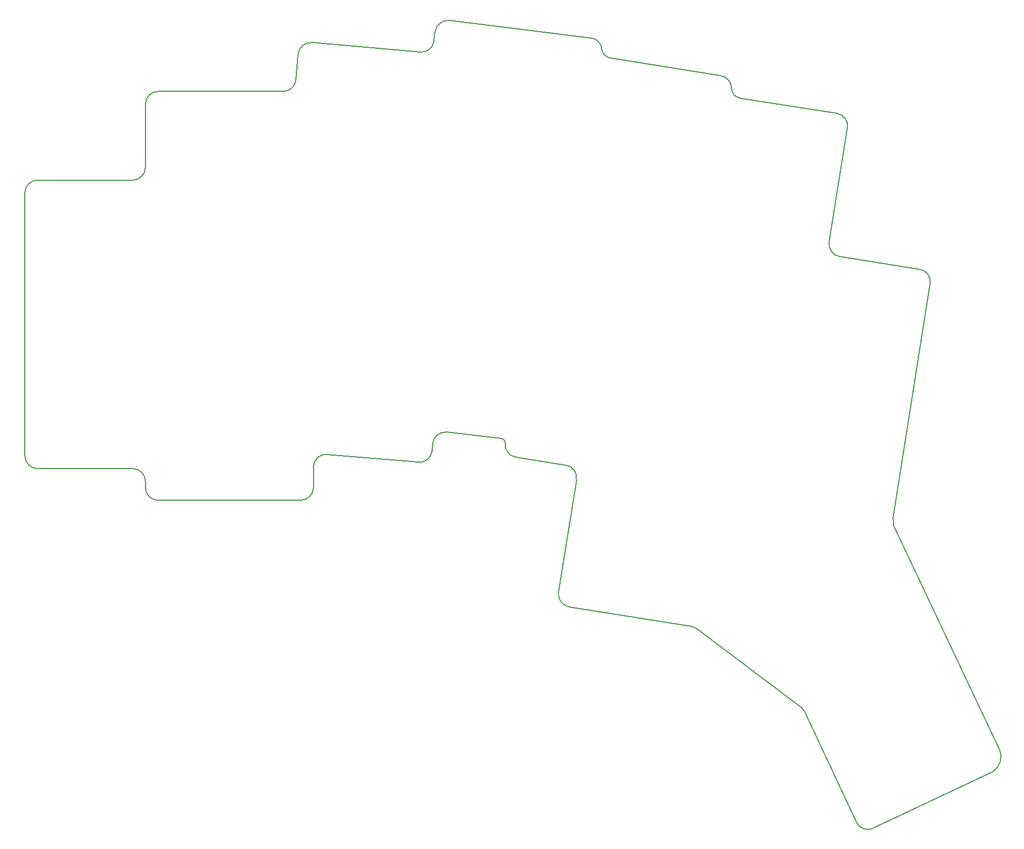
<source format=gm1>
%TF.GenerationSoftware,KiCad,Pcbnew,(6.0.7)*%
%TF.CreationDate,2022-08-30T19:44:11+01:00*%
%TF.ProjectId,cumulus,63756d75-6c75-4732-9e6b-696361645f70,v1.0.0*%
%TF.SameCoordinates,Original*%
%TF.FileFunction,Profile,NP*%
%FSLAX46Y46*%
G04 Gerber Fmt 4.6, Leading zero omitted, Abs format (unit mm)*
G04 Created by KiCad (PCBNEW (6.0.7)) date 2022-08-30 19:44:11*
%MOMM*%
%LPD*%
G01*
G04 APERTURE LIST*
%TA.AperFunction,Profile*%
%ADD10C,0.150000*%
%TD*%
G04 APERTURE END LIST*
D10*
X225602807Y-84531199D02*
G75*
G03*
X226949000Y-85902800I1682393J304799D01*
G01*
X246049819Y-90703399D02*
G75*
G03*
X247345200Y-92176600I1551481J58099D01*
G01*
X201163224Y-144885557D02*
X209804000Y-145923000D01*
X210364459Y-146550041D02*
G75*
G03*
X209804000Y-145923000I-642837J-10584D01*
G01*
X179868284Y-83433578D02*
G75*
G03*
X177701578Y-85251715I-174284J-1992422D01*
G01*
X264299319Y-96875738D02*
G75*
G03*
X262636754Y-94587483I-1975419J312838D01*
G01*
X199137956Y-83181940D02*
X199321142Y-81690013D01*
X136620000Y-105139000D02*
X151620000Y-105139000D01*
X201163231Y-144885498D02*
G75*
G03*
X198927097Y-146696338I-243731J-1985102D01*
G01*
X153620000Y-103139000D02*
X153620000Y-93139000D01*
X153620000Y-153639000D02*
X153620000Y-152639000D01*
X201549973Y-79948660D02*
X223882261Y-82690720D01*
X246049343Y-90703389D02*
G75*
G03*
X244339979Y-88652163I-2026502J49091D01*
G01*
X261444313Y-114901038D02*
G75*
G03*
X263106841Y-117189287I1975387J-312862D01*
G01*
X196978557Y-84930550D02*
G75*
G03*
X199137956Y-83181940I174343J1992350D01*
G01*
X265729096Y-206427209D02*
G75*
G03*
X268386938Y-207394591I1812604J845209D01*
G01*
X247345200Y-92176600D02*
X262636754Y-94587483D01*
X268386938Y-207394592D02*
X287248600Y-198450200D01*
X180120000Y-150384655D02*
X180120000Y-153639000D01*
X287248606Y-198450210D02*
G75*
G03*
X288290000Y-194894200I-1562606J2388110D01*
G01*
X175353846Y-91139045D02*
G75*
G03*
X177346235Y-89313311I-46J2000045D01*
G01*
X153620000Y-153639000D02*
G75*
G03*
X155620000Y-155639000I2000000J0D01*
G01*
X182294311Y-148392266D02*
X196661115Y-149649198D01*
X134620000Y-148639000D02*
G75*
G03*
X136620000Y-150639000I2000000J0D01*
G01*
X225602799Y-84531200D02*
G75*
G03*
X223882262Y-82690720I-1959785J-107622D01*
G01*
X198927096Y-146696338D02*
X198827816Y-147831120D01*
X240530764Y-175864111D02*
G75*
G03*
X239640011Y-175485995I-1203664J-1597289D01*
G01*
X261444333Y-114901041D02*
X264299262Y-96875729D01*
X271526000Y-158470600D02*
X277362375Y-121472072D01*
X219928475Y-150089762D02*
X212026968Y-148838286D01*
X155620000Y-91139000D02*
G75*
G03*
X153620000Y-93139000I0J-2000000D01*
G01*
X155620000Y-155639000D02*
X178120000Y-155639000D01*
X218775167Y-170156399D02*
G75*
G03*
X220437670Y-172444644I1975333J-312901D01*
G01*
X182294307Y-148392310D02*
G75*
G03*
X180120000Y-150384655I-174307J-1992390D01*
G01*
X271526000Y-158470600D02*
G75*
G03*
X271633496Y-159785846I3783313J-352803D01*
G01*
X196661113Y-149649218D02*
G75*
G03*
X198827815Y-147831120I174287J1992418D01*
G01*
X257618323Y-189033625D02*
X265729086Y-206427213D01*
X271633496Y-159785846D02*
X288290000Y-194894200D01*
X201549963Y-79948739D02*
G75*
G03*
X199321142Y-81690013I-243763J-1985061D01*
G01*
X210364420Y-146550034D02*
G75*
G03*
X212026968Y-148838286I1975380J-312866D01*
G01*
X220437670Y-172444643D02*
X239640011Y-175485995D01*
X257618334Y-189033620D02*
G75*
G03*
X257009337Y-188281590I-1812634J-845280D01*
G01*
X240530772Y-175864101D02*
X257009337Y-188281591D01*
X153620000Y-152639000D02*
G75*
G03*
X151620000Y-150639000I-2000000J0D01*
G01*
X136620000Y-105139000D02*
G75*
G03*
X134620000Y-107139000I0J-2000000D01*
G01*
X226949000Y-85902800D02*
X244339979Y-88652164D01*
X178120000Y-155639000D02*
G75*
G03*
X180120000Y-153639000I0J2000000D01*
G01*
X134620000Y-148639000D02*
X134620000Y-107139000D01*
X277362373Y-121472072D02*
G75*
G03*
X275699867Y-119183826I-1975373J312872D01*
G01*
X221590934Y-152378000D02*
G75*
G03*
X219928475Y-150089762I-1975334J312900D01*
G01*
X218775162Y-170156398D02*
X221590983Y-152378008D01*
X155620000Y-91139000D02*
X175353846Y-91139000D01*
X179868279Y-83433636D02*
X196978553Y-84930591D01*
X275699867Y-119183826D02*
X263106841Y-117189287D01*
X151620000Y-105139000D02*
G75*
G03*
X153620000Y-103139000I0J2000000D01*
G01*
X177346235Y-89313311D02*
X177701579Y-85251714D01*
X136620000Y-150639000D02*
X151620000Y-150639000D01*
M02*

</source>
